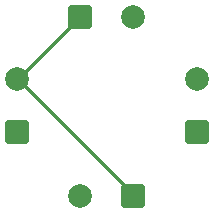
<source format=gbl>
G04 #@! TF.GenerationSoftware,KiCad,Pcbnew,7.0.7-7.0.7~ubuntu22.04.1*
G04 #@! TF.CreationDate,2023-08-27T15:16:43-06:00*
G04 #@! TF.ProjectId,Dog Low Water Sensor SMD,446f6720-4c6f-4772-9057-617465722053,rev?*
G04 #@! TF.SameCoordinates,Original*
G04 #@! TF.FileFunction,Copper,L2,Bot*
G04 #@! TF.FilePolarity,Positive*
%FSLAX46Y46*%
G04 Gerber Fmt 4.6, Leading zero omitted, Abs format (unit mm)*
G04 Created by KiCad (PCBNEW 7.0.7-7.0.7~ubuntu22.04.1) date 2023-08-27 15:16:43*
%MOMM*%
%LPD*%
G01*
G04 APERTURE LIST*
G04 Aperture macros list*
%AMRoundRect*
0 Rectangle with rounded corners*
0 $1 Rounding radius*
0 $2 $3 $4 $5 $6 $7 $8 $9 X,Y pos of 4 corners*
0 Add a 4 corners polygon primitive as box body*
4,1,4,$2,$3,$4,$5,$6,$7,$8,$9,$2,$3,0*
0 Add four circle primitives for the rounded corners*
1,1,$1+$1,$2,$3*
1,1,$1+$1,$4,$5*
1,1,$1+$1,$6,$7*
1,1,$1+$1,$8,$9*
0 Add four rect primitives between the rounded corners*
20,1,$1+$1,$2,$3,$4,$5,0*
20,1,$1+$1,$4,$5,$6,$7,0*
20,1,$1+$1,$6,$7,$8,$9,0*
20,1,$1+$1,$8,$9,$2,$3,0*%
G04 Aperture macros list end*
G04 #@! TA.AperFunction,ComponentPad*
%ADD10RoundRect,0.250000X0.750000X-0.750000X0.750000X0.750000X-0.750000X0.750000X-0.750000X-0.750000X0*%
G04 #@! TD*
G04 #@! TA.AperFunction,ComponentPad*
%ADD11C,2.000000*%
G04 #@! TD*
G04 #@! TA.AperFunction,ComponentPad*
%ADD12RoundRect,0.250000X0.750000X0.750000X-0.750000X0.750000X-0.750000X-0.750000X0.750000X-0.750000X0*%
G04 #@! TD*
G04 #@! TA.AperFunction,ComponentPad*
%ADD13RoundRect,0.250000X-0.750000X-0.750000X0.750000X-0.750000X0.750000X0.750000X-0.750000X0.750000X0*%
G04 #@! TD*
G04 #@! TA.AperFunction,Conductor*
%ADD14C,0.250000*%
G04 #@! TD*
G04 APERTURE END LIST*
D10*
X141752300Y-82260000D03*
D11*
X141752300Y-77760000D03*
D10*
X156972000Y-82260000D03*
D11*
X156972000Y-77760000D03*
D12*
X151588700Y-87686900D03*
D11*
X147088700Y-87686900D03*
D13*
X147102000Y-72495500D03*
D11*
X151602000Y-72495500D03*
D14*
X151588700Y-87511200D02*
X141837500Y-77760000D01*
X151588700Y-87686900D02*
X151588700Y-87511200D01*
X147102000Y-72495500D02*
X141837500Y-77760000D01*
X141837500Y-77760000D02*
X141752300Y-77760000D01*
M02*

</source>
